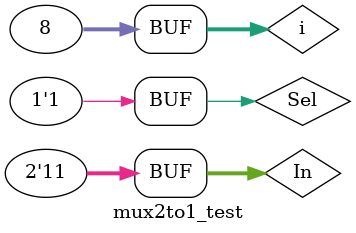
<source format=v>
module mux2to1 (input [1:0] In, input Sel, output F);
  assign F = In[Sel];
endmodule


//testbench
module mux2to1_test;
  reg [1:0] In;
  reg Sel;
  wire F;
  integer i; 
  
  mux2to1 M(In, Sel, F);
  
  initial
    begin
      $dumpfile("dump.vcd"); $dumpvars;
      $monitor("Sel In[1] In[0]		F");
      for (i = 0; i < 8; i = i + 1)
      	begin
          #5 {Sel, In[1], In[0]} = i;
          $monitor(" %d    %d     %d      |	%d", Sel, In[1], In[0], F);
      	end
  	end
endmodule

</source>
